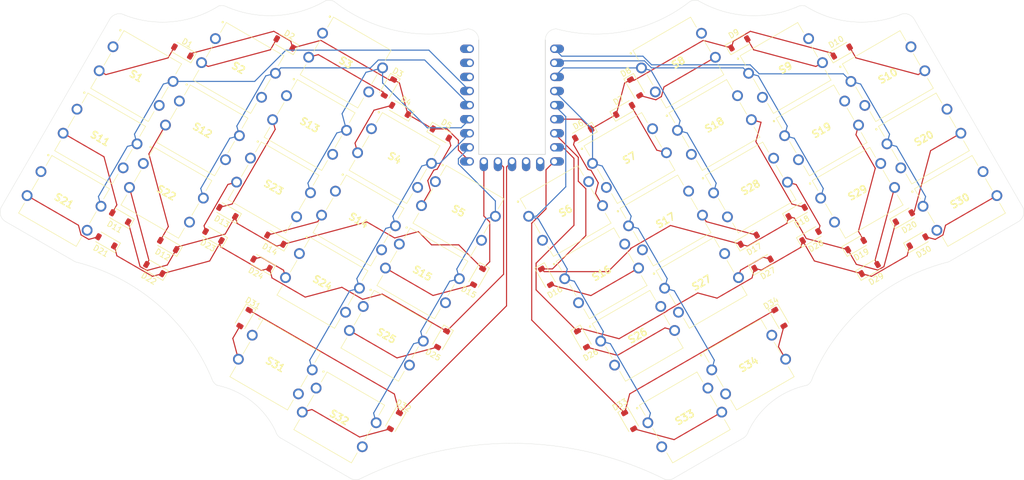
<source format=kicad_pcb>
(kicad_pcb (version 20240108) (generator "pcbnew") (generator_version "8.0")
  (title_block (title "Miniwing") (date "2025-01-25") (rev "1") (company "JJS"))
  (layers (0 "F.Cu" signal) (31 "B.Cu" signal) (34 "B.Paste" user) (35 "F.Paste" user) (36 "B.SilkS" user "B.Silkscreen") (37 "F.SilkS" user "F.Silkscreen") (38 "B.Mask" user) (39 "F.Mask" user) (44 "Edge.Cuts" user))
  (net 0 "")
  (net 1 "ROW-00")
  (net 2 "Net-(D1-A)")
  (net 3 "Net-(D2-A)")
  (net 4 "Net-(D3-A)")
  (net 5 "Net-(D4-A)")
  (net 6 "Net-(D5-A)")
  (net 7 "ROW-10")
  (net 8 "Net-(D7-A)")
  (net 9 "Net-(D8-A)")
  (net 10 "Net-(D9-A)")
  (net 11 "ROW-01")
  (net 12 "Net-(D11-A)")
  (net 13 "Net-(D12-A)")
  (net 14 "Net-(D13-A)")
  (net 15 "Net-(D14-A)")
  (net 16 "Net-(D15-A)")
  (net 17 "Net-(D16-A)")
  (net 18 "ROW-11")
  (net 19 "Net-(D17-A)")
  (net 20 "Net-(D18-A)")
  (net 21 "Net-(D19-A)")
  (net 22 "Net-(D20-A)")
  (net 23 "ROW-02")
  (net 24 "Net-(D21-A)")
  (net 25 "Net-(D22-A)")
  (net 26 "Net-(D23-A)")
  (net 27 "Net-(D24-A)")
  (net 28 "Net-(D25-A)")
  (net 29 "Net-(D26-A)")
  (net 30 "ROW-12")
  (net 31 "Net-(D27-A)")
  (net 32 "Net-(D28-A)")
  (net 33 "Net-(D29-A)")
  (net 34 "Net-(D30-A)")
  (net 35 "Net-(D31-A)")
  (net 36 "ROW-03")
  (net 37 "Net-(D32-A)")
  (net 38 "Net-(D33-A)")
  (net 39 "ROW-13")
  (net 40 "Net-(D34-A)")
  (net 42 "COL-00")
  (net 45 "COL-01")
  (net 47 "COL-02")
  (net 52 "COL-03")
  (net 55 "COL-04")
  (net 56 "COL-14")
  (net 57 "COL-13")
  (net 58 "COL-12")
  (net 59 "COL-11")
  (net 60 "COL-10")
  (net 103 "Net-(D6-A)")
  (net 125 "Net-(D10-A)")
  (footprint "KiCad:SKHCBKA010" (layer "F.Cu") (at 184.613524 111.738656 30)
    (property "Reference" "S33")
    (property "Value" "SKHCBKA010" (hide yes))
  )
  (footprint "KiCad:SKHCBKA010" (layer "F.Cu") (at 72.659022 72.693927 -30)
    (property "Reference" "S21")
    (property "Value" "SKHCBKA010" (hide yes))
  )
  (footprint "Diode_SMD:D_SOD-123" (layer "F.Cu") (at 215.4505 80.655864 30)
    (property "Reference" "D19")
    (property "Value" "D_Small")
  )
  (footprint "KiCad:SKHCBKA010" (layer "F.Cu") (at 187.637399 87.47616 30)
    (property "Reference" "S27")
    (property "Value" "SKHCBKA010" (hide yes))
  )
  (footprint "Diode_SMD:D_SOD-123" (layer "F.Cu") (at 204.789573 74.686597 30)
    (property "Reference" "D18")
    (property "Value" "D_Small")
  )
  (footprint "Diode_SMD:D_SOD-123" (layer "F.Cu") (at 226.610754 79.985991 30)
    (property "Reference" "D30")
    (property "Value" "D_Small")
  )
  (footprint "KiCad:SKHCBKA010" (layer "F.Cu") (at 85.659022 50.177266 -30)
    (property "Reference" "S1")
    (property "Value" "SKHCBKA010" (hide yes))
  )
  (footprint "Diode_SMD:D_SOD-123" (layer "F.Cu") (at 173.666756 56.282297 30)
    (property "Reference" "D7")
    (property "Value" "D_Small")
  )
  (footprint "KiCad:SKHCBKA010" (layer "F.Cu") (at 196.470312 70.275214 30)
    (property "Reference" "S28")
    (property "Value" "SKHCBKA010" (hide yes))
  )
  (footprint "Diode_SMD:D_SOD-123" (layer "F.Cu") (at 201.680762 93.801978 -60)
    (property "Reference" "D34")
    (property "Value" "D_Small")
  )
  (footprint "Diode_SMD:D_SOD-123" (layer "F.Cu") (at 194.452232 44.281797 30)
    (property "Reference" "D9")
    (property "Value" "D_Small")
  )
  (footprint "Diode_SMD:D_SOD-123" (layer "F.Cu") (at 207.289573 79.016724 30)
    (property "Reference" "D28")
    (property "Value" "D_Small")
  )
  (footprint "KiCad:SKHCBKA010" (layer "F.Cu") (at 202.782359 48.71 30)
    (property "Reference" "S9")
    (property "Value" "SKHCBKA010" (hide yes))
  )
  (footprint "Diode_SMD:D_SOD-123" (layer "F.Cu") (at 102.110427 74.686597 150)
    (property "Reference" "D13")
    (property "Value" "D_Small")
  )
  (footprint "KiCad:SKHCBKA010" (layer "F.Cu") (at 143.787342 74.500063 -30)
    (property "Reference" "S5")
    (property "Value" "SKHCBKA010" (hide yes))
  )
  (footprint "Diode_SMD:D_SOD-123" (layer "F.Cu") (at 147.330704 86.360779 -120)
    (property "Reference" "D15")
    (property "Value" "D_Small")
  )
  (footprint "KiCad:SKHCBKA010" (layer "F.Cu") (at 104.116775 48.7095 -30)
    (property "Reference" "S2")
    (property "Value" "SKHCBKA010" (hide yes))
  )
  (footprint "Diode_SMD:D_SOD-123" (layer "F.Cu") (at 112.451036 44.272136 150)
    (property "Reference" "D2")
    (property "Value" "D_Small")
  )
  (footprint "KiCad:SKHCBKA010" (layer "F.Cu") (at 125.764333 76.21883 -30)
    (property "Reference" "S14")
    (property "Value" "SKHCBKA010" (hide yes))
  )
  (footprint "Diode_SMD:D_SOD-123" (layer "F.Cu") (at 159.57968 86.380765 -60)
    (property "Reference" "D16")
    (property "Value" "D_Small")
  )
  (footprint "KiCad:SKHCBKA010" (layer "F.Cu") (at 163.113524 74.499563 30)
    (property "Reference" "S6")
    (property "Value" "SKHCBKA010" (hide yes))
  )
  (footprint "KiCad:SKHCBKA010" (layer "F.Cu") (at 132.263467 64.96 -30)
    (property "Reference" "S4")
    (property "Value" "SKHCBKA010" (hide yes))
  )
  (footprint "Diode_SMD:D_SOD-123" (layer "F.Cu") (at 166.286054 60.543547 -150)
    (property "Reference" "D6")
    (property "Value" "D_Small")
  )
  (footprint "Diode_SMD:D_SOD-123" (layer "F.Cu") (at 132.319454 112.361027 -120)
    (property "Reference" "D32")
    (property "Value" "D_Small")
  )
  (footprint "KiCad:SKHCBKA010" (layer "F.Cu") (at 123.444688 47.732573 -30)
    (property "Reference" "S3")
    (property "Value" "SKHCBKA010" (hide yes))
  )
  (footprint "KiCad:SKHCBKA010" (layer "F.Cu") (at 110.762601 102.198592 -30)
    (property "Reference" "S31")
    (property "Value" "SKHCBKA010" (hide yes))
  )
  (footprint "Diode_SMD:D_SOD-123" (layer "F.Cu") (at 93.989149 45.749063 150)
    (property "Reference" "D1")
    (property "Value" "D_Small")
  )
  (footprint "mcu:rp2040-zero-tht" (layer "F.Cu") (at 153.45 55.41)
    (property "Reference" "U1" (hide yes))
    (property "Value" "rp2040-zero" (hide yes))
    (fp_line (start -6 -11.75) (end -6 8.89) (stroke (width 0.12)) (layer "Edge.Cuts"))
    (fp_line (start -6 8.89) (end 6 8.89) (stroke (width 0.12)) (layer "Edge.Cuts"))
    (fp_line (start 6 8.89) (end 6 -11.75) (stroke (width 0.12)) (layer "Edge.Cuts"))
  )
  (footprint "KiCad:SKHCBKA010" (layer "F.Cu") (at 181.136533 76.21833 30)
    (property "Reference" "S17")
    (property "Value" "SKHCBKA010" (hide yes))
  )
  (footprint "Diode_SMD:D_SOD-123" (layer "F.Cu") (at 174.57968 112.361527 -60)
    (property "Reference" "D33")
    (property "Value" "D_Small")
  )
  (footprint "KiCad:SKHCBKA010" (layer "F.Cu") (at 137.287342 85.758393 -30)
    (property "Reference" "S15")
    (property "Value" "SKHCBKA010" (hide yes))
  )
  (footprint "KiCad:SKHCBKA010" (layer "F.Cu") (at 183.459446 47.741733 30)
    (property "Reference" "S8")
    (property "Value" "SKHCBKA010" (hide yes))
  )
  (footprint "Diode_SMD:D_SOD-123" (layer "F.Cu") (at 99.610427 79.016724 150)
    (property "Reference" "D23")
    (property "Value" "D_Small")
  )
  (footprint "Diode_SMD:D_SOD-123" (layer "F.Cu") (at 140.830704 97.619109 -120)
    (property "Reference" "D25")
    (property "Value" "D_Small")
  )
  (footprint "KiCad:SKHCBKA010" (layer "F.Cu") (at 91.117641 71.22666 -30)
    (property "Reference" "S22")
    (property "Value" "SKHCBKA010" (hide yes))
  )
  (footprint "KiCad:SKHCBKA010" (layer "F.Cu") (at 169.613524 85.757894 30)
    (property "Reference" "S16")
    (property "Value" "SKHCBKA010" (hide yes))
  )
  (footprint "KiCad:SKHCBKA010" (layer "F.Cu") (at 116.939688 58.999563 -30)
    (property "Reference" "S13")
    (property "Value" "SKHCBKA010" (hide yes))
  )
  (footprint "Diode_SMD:D_SOD-123" (layer "F.Cu") (at 80.285782 79.98399 150)
    (property "Reference" "D21")
    (property "Value" "D_Small")
  )
  (footprint "KiCad:SKHCBKA010" (layer "F.Cu") (at 221.239246 50.178267 30)
    (property "Reference" "S10")
    (property "Value" "SKHCBKA010" (hide yes))
  )
  (footprint "KiCad:SKHCBKA010" (layer "F.Cu") (at 196.137399 102.198592 30)
    (property "Reference" "S34")
    (property "Value" "SKHCBKA010" (hide yes))
  )
  (footprint "Diode_SMD:D_SOD-123" (layer "F.Cu") (at 88.946036 84.98399 150)
    (property "Reference" "D22")
    (property "Value" "D_Small")
  )
  (footprint "KiCad:SKHCBKA010" (layer "F.Cu") (at 234.239246 72.694927 30)
    (property "Reference" "S30")
    (property "Value" "SKHCBKA010" (hide yes))
  )
  (footprint "Diode_SMD:D_SOD-123" (layer "F.Cu") (at 212.909985 45.749563 30)
    (property "Reference" "D10")
    (property "Value" "D_Small")
  )
  (footprint "Diode_SMD:D_SOD-123" (layer "F.Cu") (at 217.9505 84.985991 30)
    (property "Reference" "D29")
    (property "Value" "D_Small")
  )
  (footprint "Diode_SMD:D_SOD-123" (layer "F.Cu") (at 82.785782 75.653863 150)
    (property "Reference" "D11")
    (property "Value" "D_Small")
  )
  (footprint "KiCad:SKHCBKA010" (layer "F.Cu") (at 130.787342 97.016724 -30)
    (property "Reference" "S25")
    (property "Value" "SKHCBKA010" (hide yes))
  )
  (footprint "KiCad:SKHCBKA010" (layer "F.Cu") (at 97.616775 59.96783 -30)
    (property "Reference" "S12")
    (property "Value" "SKHCBKA010" (hide yes))
  )
  (footprint "KiCad:SKHCBKA010" (layer "F.Cu") (at 122.287342 111.739155 -30)
    (property "Reference" "S32")
    (property "Value" "SKHCBKA010" (hide yes))
  )
  (footprint "KiCad:SKHCBKA010" (layer "F.Cu") (at 110.439688 70.257893 -30)
    (property "Reference" "S23")
    (property "Value" "SKHCBKA010" (hide yes))
  )
  (footprint "KiCad:SKHCBKA010" (layer "F.Cu") (at 79.159022 61.435597 -30)
    (property "Reference" "S11")
    (property "Value" "SKHCBKA010" (hide yes))
  )
  (footprint "Diode_SMD:D_SOD-123" (layer "F.Cu") (at 175.665217 52.241733 -60)
    (property "Reference" "D8")
    (property "Value" "D_Small")
  )
  (footprint "Diode_SMD:D_SOD-123" (layer "F.Cu") (at 108.270681 84.016724 150)
    (property "Reference" "D24")
    (property "Value" "D_Small")
  )
  (footprint "Diode_SMD:D_SOD-123" (layer "F.Cu") (at 133.236512 56.272636 150)
    (property "Reference" "D4")
    (property "Value" "D_Small")
  )
  (footprint "Diode_SMD:D_SOD-123" (layer "F.Cu") (at 131.238917 52.232573 -120)
    (property "Reference" "D3")
    (property "Value" "D_Small")
  )
  (footprint "Diode_SMD:D_SOD-123" (layer "F.Cu") (at 140.617213 60.533886 -30)
    (property "Reference" "D5")
    (property "Value" "D_Small")
  )
  (footprint "KiCad:SKHCBKA010" (layer "F.Cu") (at 209.283225 59.96783 30)
    (property "Reference" "S19")
    (property "Value" "SKHCBKA010" (hide yes))
  )
  (footprint "KiCad:SKHCBKA010" (layer "F.Cu") (at 119.264333 87.47716 -30)
    (property "Reference" "S24")
    (property "Value" "SKHCBKA010" (hide yes))
  )
  (footprint "KiCad:SKHCBKA010" (layer "F.Cu") (at 227.740112 61.436097 30)
    (property "Reference" "S20")
    (property "Value" "SKHCBKA010" (hide yes))
  )
  (footprint "KiCad:SKHCBKA010" (layer "F.Cu") (at 189.960312 58.999563 30)
    (property "Reference" "S18")
    (property "Value" "SKHCBKA010" (hide yes))
  )
  (footprint "Diode_SMD:D_SOD-123" (layer "F.Cu") (at 166.06843 97.61961 -60)
    (property "Reference" "D26")
    (property "Value" "D_Small")
  )
  (footprint "Diode_SMD:D_SOD-123" (layer "F.Cu") (at 110.770681 79.686597 150)
    (property "Reference" "D14")
    (property "Value" "D_Small")
  )
  (footprint "Diode_SMD:D_SOD-123" (layer "F.Cu") (at 198.629319 84.016724 30)
    (property "Reference" "D27")
    (property "Value" "D_Small")
  )
  (footprint "KiCad:SKHCBKA010" (layer "F.Cu") (at 174.636533 64.96 30)
    (property "Reference" "S7")
    (property "Value" "SKHCBKA010" (hide yes))
  )
  (footprint "KiCad:SKHCBKA010" (layer "F.Cu") (at 176.113524 97.016224 30)
    (property "Reference" "S26")
    (property "Value" "SKHCBKA010" (hide yes))
  )
  (footprint "Diode_SMD:D_SOD-123" (layer "F.Cu") (at 105.206256 93.820463 -120)
    (property "Reference" "D31")
    (property "Value" "D_Small")
  )
  (footprint "Diode_SMD:D_SOD-123" (layer "F.Cu") (at 196.129319 79.686597 30)
    (property "Reference" "D17")
    (property "Value" "D_Small")
  )
  (footprint "Diode_SMD:D_SOD-123" (layer "F.Cu") (at 224.110754 75.655864 30)
    (property "Reference" "D20")
    (property "Value" "D_Small")
  )
  (footprint "KiCad:SKHCBKA010" (layer "F.Cu") (at 215.783225 71.22616 30)
    (property "Reference" "S29")
    (property "Value" "SKHCBKA010" (hide yes))
  )
  (footprint "Diode_SMD:D_SOD-123" (layer "F.Cu") (at 91.446036 80.653863 150)
    (property "Reference" "D12")
    (property "Value" "D_Small")
  )
  (gr_line (start 124.316026 122.725371) (end 111.758657 115.475371) (stroke (width 0.05)) (layer "Edge.Cuts"))
  (gr_arc (start 100.570453 37.523482) (mid 101.349144 37.472444) (end 102.088091 37.723284) (stroke (width 0.05)) (layer "Edge.Cuts"))
  (gr_line (start 182.583108 122.725872) (end 195.140476 115.475872) (stroke (width 0.05)) (layer "Edge.Cuts"))
  (gr_line (start 62.130338 76.430143) (end 74.687706 83.680143) (stroke (width 0.05)) (layer "Edge.Cuts"))
  (gr_line (start 232.209696 83.681643) (end 244.76793 76.431143) (stroke (width 0.05)) (layer "Edge.Cuts"))
  (gr_arc (start 80.898287 39.923101) (mid 82.1127 38.991249) (end 83.630338 39.19105) (stroke (width 0.05)) (layer "Edge.Cuts"))
  (gr_arc (start 111.758657 115.475371) (mid 111.171951 114.960843) (end 110.826805 114.260959) (stroke (width 0.05)) (layer "Edge.Cuts"))
  (gr_arc (start 182.583108 122.725871) (mid 181.844901 122.975841) (end 181.067202 122.924673) (stroke (width 0.05)) (layer "Edge.Cuts"))
  (gr_arc (start 100.241736 105.939481) (mid 99.649868 105.423995) (end 99.301918 104.720457) (stroke (width 0.05)) (layer "Edge.Cuts"))
  (gr_arc (start 196.072329 114.261459) (mid 195.727184 114.961345) (end 195.140476 115.475872) (stroke (width 0.05)) (layer "Edge.Cuts"))
  (gr_arc (start 223.26793 39.192051) (mid 224.785568 38.99225) (end 225.999981 39.924102) (stroke (width 0.05)) (layer "Edge.Cuts"))
  (gr_arc (start 185.48813 36.755517) (mid 186.227078 36.504678) (end 187.005768 36.555716) (stroke (width 0.05)) (layer "Edge.Cuts"))
  (gr_arc (start 204.811909 37.723284) (mid 205.550857 37.472445) (end 206.329547 37.523483) (stroke (width 0.05)) (layer "Edge.Cuts"))
  (gr_arc (start 62.130338 76.430143) (mid 61.198486 75.21573) (end 61.398287 73.698092) (stroke (width 0.05)) (layer "Edge.Cuts"))
  (gr_arc (start 100.570453 37.523482) (mid 92.297226 40.356771) (end 83.630341 39.191043) (stroke (width 0.05)) (layer "Edge.Cuts"))
  (gr_arc (start 119.898366 36.546555) (mid 120.677057 36.495517) (end 121.416004 36.746357) (stroke (width 0.05)) (layer "Edge.Cuts"))
  (gr_arc (start 74.687705 83.680144) (mid 89.478283 91.294987) (end 99.301918 104.720457) (stroke (width 0.05)) (layer "Edge.Cuts"))
  (gr_arc (start 145.45 41.66) (mid 146.864214 42.245786) (end 147.45 43.66) (stroke (width 0.05)) (layer "Edge.Cuts"))
  (gr_arc (start 223.26793 39.192051) (mid 214.601788 40.357082) (end 206.329555 37.523471) (stroke (width 0.05)) (layer "Edge.Cuts"))
  (gr_arc (start 145.450036 41.660134) (mid 132.853027 42.040078) (end 121.416004 36.746356) (stroke (width 0.05)) (layer "Edge.Cuts"))
  (gr_arc (start 125.833664 122.925173) (mid 153.450217 116.405712) (end 181.066816 122.92498) (stroke (width 0.05)) (layer "Edge.Cuts"))
  (gr_arc (start 119.898365 36.546555) (mid 111.132123 39.237129) (end 102.088097 37.72327) (stroke (width 0.05)) (layer "Edge.Cuts"))
  (gr_arc (start 245.499115 73.699592) (mid 245.699045 75.216747) (end 244.76793 76.431143) (stroke (width 0.05)) (layer "Edge.Cuts"))
  (gr_arc (start 159.45 43.66) (mid 160.035786 42.245786) (end 161.45 41.66) (stroke (width 0.05)) (layer "Edge.Cuts"))
  (gr_arc (start 196.072329 114.261459) (mid 200.385649 108.848456) (end 206.664369 105.935895) (stroke (width 0.05)) (layer "Edge.Cuts"))
  (gr_arc (start 185.488129 36.755516) (mid 174.047959 42.045124) (end 161.449975 41.660094) (stroke (width 0.05)) (layer "Edge.Cuts"))
  (gr_arc (start 207.596203 104.721396) (mid 217.419548 91.2963) (end 232.209697 83.681647) (stroke (width 0.05)) (layer "Edge.Cuts"))
  (gr_arc (start 204.811909 37.723284) (mid 195.771041 39.241182) (end 187.005828 36.555613) (stroke (width 0.05)) (layer "Edge.Cuts"))
  (gr_arc (start 207.596203 104.721396) (mid 207.251058 105.421281) (end 206.664351 105.935808) (stroke (width 0.05)) (layer "Edge.Cuts"))
  (gr_arc (start 100.241803 105.939362) (mid 106.516563 108.850749) (end 110.826866 114.26093) (stroke (width 0.05)) (layer "Edge.Cuts"))
  (gr_arc (start 125.833664 122.925173) (mid 125.054973 122.976211) (end 124.316026 122.725371) (stroke (width 0.05)) (layer "Edge.Cuts"))
  (gr_line (start 61.398287 73.698092) (end 80.898287 39.923101) (stroke (width 0.05)) (layer "Edge.Cuts"))
  (gr_line (start 225.999981 39.924102) (end 245.499115 73.699592) (stroke (width 0.05)) (layer "Edge.Cuts"))
  (segment (start 143.78 63.52) (end 145.83 65.57) (width 0.2) (layer "F.Cu") (net 1))
  (segment (start 95.418091 46.574063) (end 95.718091 46.054448) (width 0.2) (layer "F.Cu") (net 1))
  (segment (start 95.718091 46.054448) (end 110.484825 42.097713) (width 0.2) (layer "F.Cu") (net 1))
  (segment (start 132.063917 50.803631) (end 133.146448 51.428631) (width 0.2) (layer "F.Cu") (net 1))
  (segment (start 118.968423 43.733691) (end 131.483356 50.959191) (width 0.2) (layer "F.Cu") (net 1))
  (segment (start 133.146448 51.428631) (end 134.665454 57.097636) (width 0.2) (layer "F.Cu") (net 1))
  (segment (start 110.484825 42.097713) (end 113.550555 43.867713) (width 0.2) (layer "F.Cu") (net 1))
  (segment (start 113.879978 45.097136) (end 118.968423 43.733691) (width 0.2) (layer "F.Cu") (net 1))
  (segment (start 141.736691 59.708886) (end 143.78 61.752195) (width 0.2) (layer "F.Cu") (net 1))
  (segment (start 143.78 61.752195) (end 143.78 63.52) (width 0.2) (layer "F.Cu") (net 1))
  (segment (start 131.483356 50.959191) (end 132.063917 50.803631) (width 0.2) (layer "F.Cu") (net 1))
  (segment (start 113.550555 43.867713) (end 113.879978 45.097136) (width 0.2) (layer "F.Cu") (net 1))
  (segment (start 134.665454 57.097636) (end 139.188271 59.708886) (width 0.2) (layer "F.Cu") (net 1))
  (segment (start 139.188271 59.708886) (end 141.736691 59.708886) (width 0.2) (layer "F.Cu") (net 1))
  (segment (start 80.189623 49.906259) (end 91.421278 46.896746) (width 0.2) (layer "F.Cu") (net 2))
  (segment (start 78.995497 49.21683) (end 80.189623 49.906259) (width 0.2) (layer "F.Cu") (net 2))
  (segment (start 91.421278 46.896746) (end 92.560207 44.924063) (width 0.2) (layer "F.Cu") (net 2))
  (segment (start 98.647376 48.438492) (end 109.877665 45.429345) (width 0.2) (layer "F.Cu") (net 3))
  (segment (start 97.45325 47.749063) (end 98.647376 48.438492) (width 0.2) (layer "F.Cu") (net 3))
  (segment (start 109.877665 45.429345) (end 111.022094 43.447136) (width 0.2) (layer "F.Cu") (net 3))
  (segment (start 130.258356 53.080954) (end 130.413917 53.661514) (width 0.2) (layer "F.Cu") (net 4))
  (segment (start 116.781163 46.772136) (end 118.522846 46.305454) (width 0.2) (layer "F.Cu") (net 4))
  (segment (start 118.522846 46.305454) (end 130.258356 53.080954) (width 0.2) (layer "F.Cu") (net 4))
  (segment (start 128.56326 56.316946) (end 131.80757 55.447636) (width 0.2) (layer "F.Cu") (net 5))
  (segment (start 125.599942 63.999563) (end 125.13326 62.257881) (width 0.2) (layer "F.Cu") (net 5))
  (segment (start 125.13326 62.257881) (end 128.56326 56.316946) (width 0.2) (layer "F.Cu") (net 5))
  (segment (start 139.952026 66.965025) (end 142.408337 62.710568) (width 0.2) (layer "F.Cu") (net 6))
  (segment (start 138.255573 69.029367) (end 139.355073 67.124978) (width 0.2) (layer "F.Cu") (net 6))
  (segment (start 139.355073 67.124978) (end 139.952026 66.965025) (width 0.2) (layer "F.Cu") (net 6))
  (segment (start 137.123817 73.539627) (end 138.722255 70.77105) (width 0.2) (layer "F.Cu") (net 6))
  (segment (start 138.722255 70.77105) (end 138.255573 69.029367) (width 0.2) (layer "F.Cu") (net 6))
  (segment (start 142.408337 62.710568) (end 142.046155 61.358886) (width 0.2) (layer "F.Cu") (net 6))
  (segment (start 211.181043 46.054948) (end 196.427969 42.101874) (width 0.2) (layer "F.Cu") (net 7))
  (segment (start 211.481043 46.574563) (end 211.181043 46.054948) (width 0.2) (layer "F.Cu") (net 7))
  (segment (start 167.714996 59.718547) (end 165.946449 57.95) (width 0.2) (layer "F.Cu") (net 7))
  (segment (start 173.756819 51.438291) (end 172.237814 57.107297) (width 0.2) (layer "F.Cu") (net 7))
  (segment (start 165.946449 57.95) (end 161.07 57.95) (width 0.2) (layer "F.Cu") (net 7))
  (segment (start 196.427969 42.101874) (end 193.352713 43.877374) (width 0.2) (layer "F.Cu") (net 7))
  (segment (start 193.352713 43.877374) (end 193.02329 45.106797) (width 0.2) (layer "F.Cu") (net 7))
  (segment (start 187.934845 43.743352) (end 175.420778 50.968352) (width 0.2) (layer "F.Cu") (net 7))
  (segment (start 174.840217 50.812791) (end 173.756819 51.438291) (width 0.2) (layer "F.Cu") (net 7))
  (segment (start 167.714996 59.718547) (end 172.237814 57.107297) (width 0.2) (layer "F.Cu") (net 7))
  (segment (start 175.420778 50.968352) (end 174.840217 50.812791) (width 0.2) (layer "F.Cu") (net 7))
  (segment (start 193.02329 45.106797) (end 187.934845 43.743352) (width 0.2) (layer "F.Cu") (net 7))
  (segment (start 175.032009 55.694985) (end 175.095698 55.457297) (width 0.2) (layer "F.Cu") (net 8))
  (segment (start 181.299192 64.000063) (end 179.557509 63.533381) (width 0.2) (layer "F.Cu") (net 8))
  (segment (start 179.557509 63.533381) (end 175.032009 55.694985) (width 0.2) (layer "F.Cu") (net 8))
  (segment (start 179.393021 54.448479) (end 176.490217 53.670675) (width 0.2) (layer "F.Cu") (net 9))
  (segment (start 180.390789 53.872418) (end 179.393021 54.448479) (width 0.2) (layer "F.Cu") (net 9))
  (segment (start 190.122105 46.781797) (end 180.857471 52.130735) (width 0.2) (layer "F.Cu") (net 9))
  (segment (start 180.857471 52.130735) (end 180.390789 53.872418) (width 0.2) (layer "F.Cu") (net 9))
  (segment (start 208.250891 48.439492) (end 197.020603 45.430346) (width 0.2) (layer "F.Cu") (net 10))
  (segment (start 209.445017 47.750063) (end 208.250891 48.439492) (width 0.2) (layer "F.Cu") (net 10))
  (segment (start 197.020603 45.430346) (end 195.881174 43.456797) (width 0.2) (layer "F.Cu") (net 10))
  (segment (start 127.264319 76.475023) (end 132.283696 79.372962) (width 0.2) (layer "F.Cu") (net 11))
  (segment (start 149.43 83.657541) (end 149.43 76.47) (width 0.2) (layer "F.Cu") (net 11))
  (segment (start 87.589308 85.239913) (end 91.273478 84.252743) (width 0.2) (layer "F.Cu") (net 11))
  (segment (start 86.374274 84.538413) (end 87.589308 85.239913) (width 0.2) (layer "F.Cu") (net 11))
  (segment (start 103.539369 75.511597) (end 103.868792 76.741019) (width 0.2) (layer "F.Cu") (net 11))
  (segment (start 84.214724 76.478863) (end 86.374274 84.538413) (width 0.2) (layer "F.Cu") (net 11))
  (segment (start 132.283696 79.372962) (end 136.548259 78.230276) (width 0.2) (layer "F.Cu") (net 11))
  (segment (start 91.273478 84.252743) (end 92.874978 81.478863) (width 0.2) (layer "F.Cu") (net 11))
  (segment (start 149.43 76.47) (end 148.37 75.41) (width 0.2) (layer "F.Cu") (net 11))
  (segment (start 148.155704 84.931837) (end 149.43 83.657541) (width 0.2) (layer "F.Cu") (net 11))
  (segment (start 148.155704 84.931837) (end 143.834646 80.610779) (width 0.2) (layer "F.Cu") (net 11))
  (segment (start 92.874978 81.478863) (end 93.174978 80.959248) (width 0.2) (layer "F.Cu") (net 11))
  (segment (start 143.834646 80.610779) (end 138.928762 80.610779) (width 0.2) (layer "F.Cu") (net 11))
  (segment (start 148.37 75.41) (end 148.37 65.57) (width 0.2) (layer "F.Cu") (net 11))
  (segment (start 138.928762 80.610779) (end 136.548259 78.230276) (width 0.2) (layer "F.Cu") (net 11))
  (segment (start 101.715369 78.670857) (end 103.539369 75.511597) (width 0.2) (layer "F.Cu") (net 11))
  (segment (start 112.199623 80.511597) (end 127.264319 76.475023) (width 0.2) (layer "F.Cu") (net 11))
  (segment (start 103.868792 76.741019) (end 110.9702 80.841019) (width 0.2) (layer "F.Cu") (net 11))
  (segment (start 93.174978 80.959248) (end 101.715369 78.670857) (width 0.2) (layer "F.Cu") (net 11))
  (segment (start 110.9702 80.841019) (end 112.199623 80.511597) (width 0.2) (layer "F.Cu") (net 11))
  (segment (start 82.18334 73.397323) (end 81.35684 74.828863) (width 0.2) (layer "F.Cu") (net 12))
  (segment (start 79.860177 64.72716) (end 82.18334 73.397323) (width 0.2) (layer "F.Cu") (net 12))
  (segment (start 72.495497 60.47516) (end 79.860177 64.72716) (width 0.2) (layer "F.Cu") (net 12))
  (segment (start 91.468594 77.314792) (end 90.017094 79.828863) (width 0.2) (layer "F.Cu") (net 13))
  (segment (start 90.95325 59.007393) (end 87.95475 64.200948) (width 0.2) (layer "F.Cu") (net 13))
  (segment (start 87.95475 64.200948) (end 91.468594 77.314792) (width 0.2) (layer "F.Cu") (net 13))
  (segment (start 110.276163 58.039127) (end 110.742846 59.780809) (width 0.2) (layer "F.Cu") (net 14))
  (segment (start 102.966846 73.249236) (end 100.681485 73.861597) (width 0.2) (layer "F.Cu") (net 14))
  (segment (start 110.742846 59.780809) (end 102.966846 73.249236) (width 0.2) (layer "F.Cu") (net 14))
  (segment (start 119.100808 75.258393) (end 118.425808 76.427528) (width 0.2) (layer "F.Cu") (net 15))
  (segment (start 118.425808 76.427528) (end 109.341739 78.861597) (width 0.2) (layer "F.Cu") (net 15))
  (segment (start 130.623817 84.797957) (end 139.197468 89.747957) (width 0.2) (layer "F.Cu") (net 16))
  (segment (start 139.197468 89.747957) (end 146.505704 87.789721) (width 0.2) (layer "F.Cu") (net 16))
  (segment (start 167.68218 89.759707) (end 160.40468 87.809707) (width 0.2) (layer "F.Cu") (net 17))
  (segment (start 176.276183 84.797957) (end 167.68218 89.759707) (width 0.2) (layer "F.Cu") (net 17))
  (segment (start 174.860667 81.256211) (end 182.030491 77.116711) (width 0.2) (layer "F.Cu") (net 18))
  (segment (start 160.748178 84.951823) (end 166.76 78.940001) (width 0.2) (layer "F.Cu") (net 18))
  (segment (start 203.031208 76.74102) (end 195.9298 80.84102) (width 0.2) (layer "F.Cu") (net 18))
  (segment (start 166.76 70.496439) (end 165.408394 69.144833) (width 0.2) (layer "F.Cu") (net 18))
  (segment (start 222.681812 76.480864) (end 220.522262 84.540414) (width 0.2) (layer "F.Cu") (net 18))
  (segment (start 158.75468 84.951823) (end 160.748178 84.951823) (width 0.2) (layer "F.Cu") (net 18))
  (segment (start 170.768549 85.44333) (end 174.825895 81.385984) (width 0.2) (layer "F.Cu") (net 18))
  (segment (start 204.38515 75.786116) (end 203.360631 75.511597) (width 0.2) (layer "F.Cu") (net 18))
  (segment (start 182.030491 77.116711) (end 194.700377 80.511597) (width 0.2) (layer "F.Cu") (net 18))
  (segment (start 203.360631 75.511597) (end 203.031208 76.74102) (width 0.2) (layer "F.Cu") (net 18))
  (segment (start 214.021558 81.480864) (end 206.51115 79.468456) (width 0.2) (layer "F.Cu") (net 18))
  (segment (start 219.432802 85.169414) (end 215.550558 84.129169) (width 0.2) (layer "F.Cu") (net 18))
  (segment (start 165.408394 69.144833) (end 165.408394 64.828394) (width 0.2) (layer "F.Cu") (net 18))
  (segment (start 166.76 78.940001) (end 166.76 70.496439) (width 0.2) (layer "F.Cu") (net 18))
  (segment (start 206.51115 79.468456) (end 204.38515 75.786116) (width 0.2) (layer "F.Cu") (net 18))
  (segment (start 195.9298 80.84102) (end 194.700377 80.511597) (width 0.2) (layer "F.Cu") (net 18))
  (segment (start 220.522262 84.540414) (end 219.432802 85.169414) (width 0.2) (layer "F.Cu") (net 18))
  (segment (start 158.75468 84.951823) (end 159.246187 85.44333) (width 0.2) (layer "F.Cu") (net 18))
  (segment (start 159.246187 85.44333) (end 170.768549 85.44333) (width 0.2) (layer "F.Cu") (net 18))
  (segment (start 174.825895 81.385984) (end 174.860667 81.256211) (width 0.2) (layer "F.Cu") (net 18))
  (segment (start 215.550558 84.129169) (end 214.021558 81.480864) (width 0.2) (layer "F.Cu") (net 18))
  (segment (start 165.408394 64.828394) (end 161.07 60.49) (width 0.2) (layer "F.Cu") (net 18))
  (segment (start 187.799192 75.258394) (end 188.474192 76.427528) (width 0.2) (layer "F.Cu") (net 19))
  (segment (start 188.474192 76.427528) (end 197.558261 78.861597) (width 0.2) (layer "F.Cu") (net 19))
  (segment (start 198.364653 58.506309) (end 197.431288 61.989674) (width 0.2) (layer "F.Cu") (net 20))
  (segment (start 197.431288 61.989674) (end 203.931788 73.24887) (width 0.2) (layer "F.Cu") (net 20))
  (segment (start 196.622971 58.039627) (end 198.364653 58.506309) (width 0.2) (layer "F.Cu") (net 20))
  (segment (start 203.931788 73.24887) (end 206.218515 73.861597) (width 0.2) (layer "F.Cu") (net 20))
  (segment (start 218.968701 66.793567) (end 215.920442 78.169827) (width 0.2) (layer "F.Cu") (net 21))
  (segment (start 215.479201 60.749576) (end 218.968701 66.793567) (width 0.2) (layer "F.Cu") (net 21))
  (segment (start 215.920442 78.169827) (end 216.879442 79.830864) (width 0.2) (layer "F.Cu") (net 21))
  (segment (start 215.945883 59.007894) (end 215.479201 60.749576) (width 0.2) (layer "F.Cu") (net 21))
  (segment (start 234.402771 60.47616) (end 228.942374 63.628722) (width 0.2) (layer "F.Cu") (net 22))
  (segment (start 226.014171 74.556925) (end 225.539696 74.830864) (width 0.2) (layer "F.Cu") (net 22))
  (segment (start 228.942374 63.628722) (end 226.014171 74.556925) (width 0.2) (layer "F.Cu") (net 22))
  (segment (start 116.151407 90.038906) (end 122.75964 88.268235) (width 0.2) (layer "F.Cu") (net 23))
  (segment (start 141.655704 96.190167) (end 151.93 85.915871) (width 0.2) (layer "F.Cu") (net 23))
  (segment (start 110.166305 86.583406) (end 116.151407 90.038906) (width 0.2) (layer "F.Cu") (net 23))
  (segment (start 108.265296 85.22605) (end 109.699623 84.841724) (width 0.2) (layer "F.Cu") (net 23))
  (segment (start 130.048259 89.488606) (end 141.655704 96.190167) (width 0.2) (layer "F.Cu") (net 23))
  (segment (start 126.513753 90.435674) (end 130.048259 89.488606) (width 0.2) (layer "F.Cu") (net 23))
  (segment (start 109.699623 84.841724) (end 110.166305 86.583406) (width 0.2) (layer "F.Cu") (net 23))
  (segment (start 88.599145 86.284823) (end 90.374978 85.80899) (width 0.2) (layer "F.Cu") (net 23))
  (segment (start 101.039369 79.841724) (end 100.739369 80.361339) (width 0.2) (layer "F.Cu") (net 23))
  (segment (start 98.915369 83.520599) (end 101.039369 79.841724) (width 0.2) (layer "F.Cu") (net 23))
  (segment (start 151.93 66.59) (end 150.91 65.57) (width 0.2) (layer "F.Cu") (net 23))
  (segment (start 82.190557 82.584823) (end 88.599145 86.284823) (width 0.2) (layer "F.Cu") (net 23))
  (segment (start 151.93 85.915871) (end 151.93 66.59) (width 0.2) (layer "F.Cu") (net 23))
  (segment (start 100.90408 80.97605) (end 108.265296 85.22605) (width 0.2) (layer "F.Cu") (net 23))
  (segment (start 100.739369 80.361339) (end 100.90408 80.97605) (width 0.2) (layer "F.Cu") (net 23))
  (segment (start 122.75964 88.268235) (end 126.513753 90.435674) (width 0.2) (layer "F.Cu") (net 23))
  (segment (start 90.374978 85.80899) (end 98.915369 83.520599) (width 0.2) (layer "F.Cu") (net 23))
  (segment (start 81.714724 80.80899) (end 82.190557 82.584823) (width 0.2) (layer "F.Cu") (net 23))
  (segment (start 77.115158 79.625673) (end 78.85684 79.15899) (width 0.2) (layer "F.Cu") (net 24))
  (segment (start 75.726813 78.824111) (end 77.115158 79.625673) (width 0.2) (layer "F.Cu") (net 24))
  (segment (start 65.995497 71.73349) (end 75.26013 77.082429) (width 0.2) (layer "F.Cu") (net 24))
  (segment (start 75.26013 77.082429) (end 75.726813 78.824111) (width 0.2) (layer "F.Cu") (net 24))
  (segment (start 87.967594 83.378701) (end 87.517094 84.15899) (width 0.2) (layer "F.Cu") (net 25))
  (segment (start 84.454116 70.266224) (end 87.967594 83.378701) (width 0.2) (layer "F.Cu") (net 25))
  (segment (start 97.906966 77.167205) (end 98.181485 78.191724) (width 0.2) (layer "F.Cu") (net 26))
  (segment (start 103.776163 69.297457) (end 102.207966 69.717654) (width 0.2) (layer "F.Cu") (net 26))
  (segment (start 102.207966 69.717654) (end 97.906966 77.167205) (width 0.2) (layer "F.Cu") (net 26))
  (segment (start 112.243933 85.184849) (end 108.173614 82.834849) (width 0.2) (layer "F.Cu") (net 27))
  (segment (start 108.173614 82.834849) (end 106.841739 83.191724) (width 0.2) (layer "F.Cu") (net 27))
  (segment (start 112.600808 86.516724) (end 112.243933 85.184849) (width 0.2) (layer "F.Cu") (net 27))
  (segment (start 132.697468 101.006287) (end 140.005704 99.048051) (width 0.2) (layer "F.Cu") (net 28))
  (segment (start 124.123817 96.056287) (end 132.697468 101.006287) (width 0.2) (layer "F.Cu") (net 28))
  (segment (start 172.459983 100.540105) (end 166.89343 99.048552) (width 0.2) (layer "F.Cu") (net 29))
  (segment (start 182.776183 96.056287) (end 181.034501 95.589605) (width 0.2) (layer "F.Cu") (net 29))
  (segment (start 181.034501 95.589605) (end 172.459983 100.540105) (width 0.2) (layer "F.Cu") (net 29))
  (segment (start 181.389352 92.49798) (end 181.371051 92.566281) (width 0.2) (layer "F.Cu") (net 30))
  (segment (start 164.62 77.09) (end 164.62 65.01) (width 0.2) (layer "F.Cu") (net 30))
  (segment (start 157.789975 83.920025) (end 164.62 77.09) (width 0.2) (layer "F.Cu") (net 30))
  (segment (start 157.789975 88.737213) (end 157.789975 83.920025) (width 0.2) (layer "F.Cu") (net 30))
  (segment (start 162.64 63.03) (end 161.07 63.03) (width 0.2) (layer "F.Cu") (net 30))
  (segment (start 172.753232 97.541781) (end 166.025557 95.739106) (width 0.2) (layer "F.Cu") (net 30))
  (segment (start 186.943731 89.291158) (end 181.389352 92.49798) (width 0.2) (layer "F.Cu") (net 30))
  (segment (start 205.531208 81.071147) (end 198.4298 85.171147) (width 0.2) (layer "F.Cu") (net 30))
  (segment (start 165.24343 96.190668) (end 157.789975 88.737213) (width 0.2) (layer "F.Cu") (net 30))
  (segment (start 181.371051 92.566281) (end 172.753232 97.541781) (width 0.2) (layer "F.Cu") (net 30))
  (segment (start 216.521558 85.810991) (end 207.986631 83.524064) (width 0.2) (layer "F.Cu") (net 30))
  (segment (start 224.705979 82.586824) (end 218.297391 86.286824) (width 0.2) (layer "F.Cu") (net 30))
  (segment (start 196.733695 86.583406) (end 190.427096 90.224523) (width 0.2) (layer "F.Cu") (net 30))
  (segment (start 164.62 65.01) (end 162.64 63.03) (width 0.2) (layer "F.Cu") (net 30))
  (segment (start 205.860631 79.841724) (end 205.531208 81.071147) (width 0.2) (layer "F.Cu") (net 30))
  (segment (start 198.4298 85.171147) (end 197.200377 84.841724) (width 0.2) (layer "F.Cu") (net 30))
  (segment (start 218.297391 86.286824) (end 216.521558 85.810991) (width 0.2) (layer "F.Cu") (net 30))
  (segment (start 225.181812 80.810991) (end 224.705979 82.586824) (width 0.2) (layer "F.Cu") (net 30))
  (segment (start 207.986631 83.524064) (end 205.860631 79.841724) (width 0.2) (layer "F.Cu") (net 30))
  (segment (start 166.025557 95.739106) (end 165.24343 96.190668) (width 0.2) (layer "F.Cu") (net 30))
  (segment (start 190.427096 90.224523) (end 186.943731 89.291158) (width 0.2) (layer "F.Cu") (net 30))
  (segment (start 197.200377 84.841724) (end 196.733695 86.583406) (width 0.2) (layer "F.Cu") (net 30))
  (segment (start 194.656933 85.184349) (end 198.726386 82.834849) (width 0.2) (layer "F.Cu") (net 31))
  (segment (start 194.300058 86.516224) (end 194.656933 85.184349) (width 0.2) (layer "F.Cu") (net 31))
  (segment (start 198.726386 82.834849) (end 200.058261 83.191724) (width 0.2) (layer "F.Cu") (net 31))
  (segment (start 203.132971 69.315278) (end 204.702534 69.735841) (width 0.2) (layer "F.Cu") (net 32))
  (segment (start 204.702534 69.735841) (end 208.993034 77.167205) (width 0.2) (layer "F.Cu") (net 32))
  (segment (start 208.993034 77.167205) (end 208.718515 78.191724) (width 0.2) (layer "F.Cu") (net 32))
  (segment (start 218.930942 83.384166) (end 219.379442 84.160991) (width 0.2) (layer "F.Cu") (net 33))
  (segment (start 222.445883 70.266224) (end 218.930942 83.384166) (width 0.2) (layer "F.Cu") (net 33))
  (segment (start 231.637272 77.083929) (end 231.170589 78.825612) (width 0.2) (layer "F.Cu") (net 34))
  (segment (start 229.781378 79.627673) (end 228.039696 79.160991) (width 0.2) (layer "F.Cu") (net 34))
  (segment (start 231.170589 78.825612) (end 229.781378 79.627673) (width 0.2) (layer "F.Cu") (net 34))
  (segment (start 240.901905 71.734991) (end 231.637272 77.083929) (width 0.2) (layer "F.Cu") (net 34))
  (segment (start 103.092506 97.481586) (end 104.381256 95.249405) (width 0.2) (layer "F.Cu") (net 35))
  (segment (start 104.099076 101.238155) (end 103.092506 97.481586) (width 0.2) (layer "F.Cu") (net 35))
  (segment (start 106.031256 92.391521) (end 132.229391 107.517021) (width 0.2) (layer "F.Cu") (net 36))
  (segment (start 132.229391 107.517021) (end 133.144454 110.932085) (width 0.2) (layer "F.Cu") (net 36))
  (segment (start 152.46 66.56) (end 153.45 65.57) (width 0.2) (layer "F.Cu") (net 36))
  (segment (start 133.144454 110.932085) (end 152.46 91.616539) (width 0.2) (layer "F.Cu") (net 36))
  (segment (start 152.46 91.616539) (end 152.46 66.56) (width 0.2) (layer "F.Cu") (net 36))
  (segment (start 117.365499 110.312037) (end 125.958636 115.273287) (width 0.2) (layer "F.Cu") (net 37))
  (segment (start 125.958636 115.273287) (end 131.494454 113.789969) (width 0.2) (layer "F.Cu") (net 37))
  (segment (start 115.623817 110.778719) (end 117.365499 110.312037) (width 0.2) (layer "F.Cu") (net 37))
  (segment (start 191.276183 110.778719) (end 182.68218 115.740469) (width 0.2) (layer "F.Cu") (net 38))
  (segment (start 182.68218 115.740469) (end 175.40468 113.790469) (width 0.2) (layer "F.Cu") (net 38))
  (segment (start 157 94.177905) (end 157 76.713121) (width 0.2) (layer "F.Cu") (net 39))
  (segment (start 200.855762 92.373036) (end 174.677979 107.486786) (width 0.2) (layer "F.Cu") (net 39))
  (segment (start 159.58 74.133121) (end 159.58 67.06) (width 0.2) (layer "F.Cu") (net 39))
  (segment (start 174.677979 107.486786) (end 173.75468 110.932585) (width 0.2) (layer "F.Cu") (net 39))
  (segment (start 173.75468 110.932585) (end 157 94.177905) (width 0.2) (layer "F.Cu") (net 39))
  (segment (start 159.58 67.06) (end 161.07 65.57) (width 0.2) (layer "F.Cu") (net 39))
  (segment (start 157 76.713121) (end 159.58 74.133121) (width 0.2) (layer "F.Cu") (net 39))
  (segment (start 201.499558 98.986124) (end 202.505762 95.23092) (width 0.2) (layer "F.Cu") (net 40))
  (segment (start 202.800058 101.238656) (end 201.499558 98.986124) (width 0.2) (layer "F.Cu") (net 40))
  (segment (start 90.579998 51.603885) (end 85.354998 60.653851) (width 0.2) (layer "B.Cu") (net 42))
  (segment (start 84.079998 62.862215) (end 78.854998 71.912181) (width 0.2) (layer "B.Cu") (net 42))
  (segment (start 112.672863 45.497137) (end 138.457137 45.497137) (width 0.2) (layer "B.Cu") (net 42))
  (segment (start 138.457137 45.497137) (end 145.83 52.87) (width 0.2) (layer "B.Cu") (net 42))
  (segment (start 107.032798 51.137202) (end 112.672863 45.497137) (width 0.2) (layer "B.Cu") (net 42))
  (segment (start 92.321681 51.137202) (end 107.032798 51.137202) (width 0.2) (layer "B.Cu") (net 42))
  (segment (start 92.321681 51.137203) (end 90.579998 51.603885) (width 0.2) (layer "B.Cu") (net 42))
  (segment (start 85.354998 60.653851) (end 85.821681 62.395533) (width 0.2) (layer "B.Cu") (net 42))
  (segment (start 85.821681 62.395533) (end 84.079998 62.862215) (width 0.2) (layer "B.Cu") (net 42))
  (segment (start 78.854998 71.912181) (end 79.321681 73.653863) (width 0.2) (layer "B.Cu") (net 42))
  (segment (start 103.812752 59.186084) (end 104.279434 60.927766) (width 0.2) (layer "B.Cu") (net 45))
  (segment (start 97.7803 72.186597) (end 97.313252 70.443548) (width 0.2) (layer "B.Cu") (net 45))
  (segment (start 110.779434 49.669436) (end 109.037752 50.136118) (width 0.2) (layer "B.Cu") (net 45))
  (segment (start 110.779434 49.669436) (end 111.754434 48.694436) (width 0.2) (layer "B.Cu") (net 45))
  (segment (start 111.754434 48.694436) (end 127.915564 48.694436) (width 0.2) (layer "B.Cu") (net 45))
  (segment (start 97.313252 70.443548) (end 102.537752 61.394449) (width 0.2) (layer "B.Cu") (net 45))
  (segment (start 102.537752 61.394449) (end 104.279434 60.927766) (width 0.2) (layer "B.Cu") (net 45))
  (segment (start 109.037752 50.136118) (end 103.812752 59.186084) (width 0.2) (layer "B.Cu") (net 45))
  (segment (start 127.915564 48.694436) (end 129.34 47.27) (width 0.2) (layer "B.Cu") (net 45))
  (segment (start 129.34 47.27) (end 137.69 47.27) (width 0.2) (layer "B.Cu") (net 45))
  (segment (start 137.69 47.27) (end 145.83 55.41) (width 0.2) (layer "B.Cu") (net 45))
  (segment (start 130.107347 51.427347) (end 138.18 59.5) (width 0.2) (layer "B.Cu") (net 47))
  (segment (start 121.860664 60.426182) (end 116.635664 69.476147) (width 0.2) (layer "B.Cu") (net 47))
  (segment (start 116.635664 69.476147) (end 117.102347 71.21783) (width 0.2) (layer "B.Cu") (net 47))
  (segment (start 130.107347 48.692509) (end 127.104823 49.497033) (width 0.2) (layer "B.Cu") (net 47))
  (segment (start 123.602347 59.9595) (end 121.860664 60.426182) (width 0.2) (layer "B.Cu") (net 47))
  (segment (start 144.28 59.5) (end 145.83 57.95) (width 0.2) (layer "B.Cu") (net 47))
  (segment (start 122.797823 56.956976) (end 123.602347 59.9595) (width 0.2) (layer "B.Cu") (net 47))
  (segment (start 130.107347 48.692509) (end 130.107347 51.427347) (width 0.2) (layer "B.Cu") (net 47))
  (segment (start 138.18 59.5) (end 144.28 59.5) (width 0.2) (layer "B.Cu") (net 47))
  (segment (start 127.104823 49.497033) (end 122.797823 56.956976) (width 0.2) (layer "B.Cu") (net 47))
  (segment (start 138.926126 65.919936) (end 140.400064 65.919936) (width 0.2) (layer "B.Cu") (net 52))
  (segment (start 138.926126 65.919936) (end 137.184443 66.386618) (width 0.2) (layer "B.Cu") (net 52))
  (segment (start 116.959309 101.419578) (end 117.42526 103.158528) (width 0.2) (layer "B.Cu") (net 52))
  (segment (start 125.926992 88.437097) (end 124.185309 88.903779) (width 0.2) (layer "B.Cu") (net 52))
  (segment (start 131.959943 75.435718) (end 132.426992 77.178766) (width 0.2) (layer "B.Cu") (net 52))
  (segment (start 137.184443 66.386618) (end 131.959943 75.435718) (width 0.2) (layer "B.Cu") (net 52))
  (segment (start 125.460309 86.695414) (end 125.926992 88.437097) (width 0.2) (layer "B.Cu") (net 52))
  (segment (start 132.426992 77.178766) (end 130.685309 77.645449) (width 0.2) (layer "B.Cu") (net 52))
  (segment (start 124.185309 88.903779) (end 116.959309 101.419578) (width 0.2) (layer "B.Cu") (net 52))
  (segment (start 140.400064 65.919936) (end 145.83 60.49) (width 0.2) (layer "B.Cu") (net 52))
  (segment (start 130.685309 77.645449) (end 125.460309 86.695414) (width 0.2) (layer "B.Cu") (net 52))
  (segment (start 150.450001 75.459999) (end 150.450001 72.700001) (width 0.2) (layer "B.Cu") (net 55))
  (segment (start 137.45 97.97666) (end 135.708318 98.443342) (width 0.2) (layer "B.Cu") (net 55))
  (segment (start 150.45 75.46) (end 148.708318 75.926682) (width 0.2) (layer "B.Cu") (net 55))
  (segment (start 142.208318 87.185012) (end 136.983318 96.234978) (width 0.2) (layer "B.Cu") (net 55))
  (segment (start 143.483318 84.976647) (end 143.95 86.71833) (width 0.2) (layer "B.Cu") (net 55))
  (segment (start 143.78 65.08) (end 145.83 63.03) (width 0.2) (layer "B.Cu") (net 55))
  (segment (start 135.708318 98.443342) (end 128.483318 110.95741) (width 0.2) (layer "B.Cu") (net 55))
  (segment (start 136.983318 96.234978) (end 137.45 97.97666) (width 0.2) (layer "B.Cu") (net 55))
  (segment (start 143.95 86.71833) (end 142.208318 87.185012) (width 0.2) (layer "B.Cu") (net 55))
  (segment (start 148.708318 75.926682) (end 143.483318 84.976647) (width 0.2) (layer "B.Cu") (net 55))
  (segment (start 128.483318 110.95741) (end 128.95 112.699092) (width 0.2) (layer "B.Cu") (net 55))
  (segment (start 150.450001 72.700001) (end 143.78 66.03) (width 0.2) (layer "B.Cu") (net 55))
  (segment (start 143.78 66.03) (end 143.78 65.08) (width 0.2) (layer "B.Cu") (net 55))
  (segment (start 164.691682 87.185013) (end 169.916682 96.234978) (width 0.2) (layer "B.Cu") (net 56))
  (segment (start 169.45 97.97666) (end 171.191682 98.443343) (width 0.2) (layer "B.Cu") (net 56))
  (segment (start 163.14 57.48) (end 161.07 55.41) (width 0.2) (layer "B.Cu") (net 56))
  (segment (start 178.416682 110.95741) (end 177.95 112.699092) (width 0.2) (layer "B.Cu") (net 56))
  (segment (start 163.14 70.148856) (end 163.14 57.48) (width 0.2) (layer "B.Cu") (net 56))
  (segment (start 171.191682 98.443343) (end 178.416682 110.95741) (width 0.2) (layer "B.Cu") (net 56))
  (segment (start 156.449999 75.459999) (end 157.828857 75.459999) (width 0.2) (layer "B.Cu") (net 56))
  (segment (start 158.191682 75.926682) (end 163.416682 84.976648) (width 0.2) (layer "B.Cu") (net 56))
  (segment (start 163.416682 84.976648) (end 162.95 86.71833) (width 0.2) (layer "B.Cu") (net 56))
  (segment (start 162.95 86.71833) (end 164.691682 87.185013) (width 0.2) (layer "B.Cu") (net 56))
  (segment (start 169.916682 96.234978) (end 169.45 97.97666) (width 0.2) (layer "B.Cu") (net 56))
  (segment (start 156.45 75.46) (end 158.191682 75.926682) (width 0.2) (layer "B.Cu") (net 56))
  (segment (start 157.828857 75.459999) (end 163.14 70.148856) (width 0.2) (layer "B.Cu") (net 56))
  (segment (start 167.973008 59.773008) (end 161.07 52.87) (width 0.2) (layer "B.Cu") (net 57))
  (segment (start 182.715557 88.903279) (end 180.973874 88.436597) (width 0.2) (layer "B.Cu") (net 57))
  (segment (start 174.473008 77.178767) (end 176.214691 77.645449) (width 0.2) (layer "B.Cu") (net 57))
  (segment (start 167.973008 65.920436) (end 169.714691 66.387119) (width 0.2) (layer "B.Cu") (net 57))
  (segment (start 189.473874 103.159029) (end 189.940557 101.417346) (width 0.2) (layer "B.Cu") (net 57))
  (segment (start 189.940557 101.417346) (end 182.715557 88.903279) (width 0.2) (layer "B.Cu") (net 57))
  (segment (start 181.440191 86.696281) (end 180.973874 88.436597) (width 0.2) (layer "B.Cu") (net 57))
  (segment (start 176.214691 77.645449) (end 181.440191 86.696281) (width 0.2) (layer "B.Cu") (net 57))
  (segment (start 167.973008 65.920436) (end 167.973008 59.773008) (width 0.2) (layer "B.Cu") (net 57))
  (segment (start 169.714691 66.387119) (end 174.939691 75.437084) (width 0.2) (layer "B.Cu") (net 57))
  (segment (start 174.939691 75.437084) (end 174.473008 77.178767) (width 0.2) (layer "B.Cu") (net 57))
  (segment (start 178.537603 49.168852) (end 183.763103 58.219684) (width 0.2) (layer "B.Cu") (net 58))
  (segment (start 190.273469 69.493968) (end 189.806787 71.235651) (width 0.2) (layer "B.Cu") (net 58))
  (segment (start 183.763103 58.219684) (end 183.296787 59.96) (width 0.2) (layer "B.Cu") (net 58))
  (segment (start 162.697831 48.702169) (end 161.07 50.33) (width 0.2) (layer "B.Cu") (net 58))
  (segment (start 176.795921 48.702169) (end 162.697831 48.702169) (width 0.2) (layer "B.Cu") (net 58))
  (segment (start 183.296787 59.96) (end 185.038469 60.426682) (width 0.2) (layer "B.Cu") (net 58))
  (segment (start 176.795921 48.70217) (end 178.537603 49.168852) (width 0.2) (layer "B.Cu") (net 58))
  (segment (start 185.038469 60.426682) (end 190.273469 69.493968) (width 0.2) (layer "B.Cu") (net 58))
  (segment (start 202.6197 60.928267) (end 204.361382 61.394949) (width 0.2) (layer "B.Cu") (net 59))
  (segment (start 197.860516 50.137119) (end 203.086016 59.18795) (width 0.2) (layer "B.Cu") (net 59))
  (segment (start 196.118834 49.670436) (end 195.143834 48.695436) (width 0.2) (layer "B.Cu") (net 59))
  (segment (start 203.086016 59.18795) (end 202.6197 60.928267) (width 0.2) (layer "B.Cu") (net 59))
  (segment (start 209.586382 70.444915) (end 209.1197 72.186597) (width 0.2) (layer "B.Cu") (net 59))
  (segment (start 161.432831 47.427169) (end 161.07 47.79) (width 0.2) (layer "B.Cu") (net 59))
  (segment (start 196.118834 49.670436) (end 197.860516 50.137119) (width 0.2) (layer "B.Cu") (net 59))
  (segment (start 195.143834 48.695436) (end 178.605436 48.695436) (width 0.2) (layer "B.Cu") (net 59))
  (segment (start 204.361382 61.394949) (end 209.586382 70.444915) (width 0.2) (layer "B.Cu") (net 59))
  (segment (start 178.605436 48.695436) (end 177.337169 47.427169) (width 0.2) (layer "B.Cu") (net 59))
  (segment (start 177.337169 47.427169) (end 161.432831 47.427169) (width 0.2) (layer "B.Cu") (net 59))
  (segment (start 216.317404 51.605386) (end 221.542904 60.656217) (width 0.2) (layer "B.Cu") (net 60))
  (segment (start 196.4 48.14) (end 178.615686 48.14) (width 0.2) (layer "B.Cu") (net 60))
  (segment (start 198.027844 49.767844) (end 196.4 48.14) (width 0.2) (layer "B.Cu") (net 60))
  (segment (start 221.076587 62.396533) (end 222.81827 62.863216) (width 0.2) (layer "B.Cu") (net 60))
  (segment (start 213.204862 49.767844) (end 198.027844 49.767844) (width 0.2) (layer "B.Cu") (net 60))
  (segment (start 228.04277 71.912315) (end 227.575721 73.655364) (width 0.2) (layer "B.Cu") (net 60))
  (segment (start 221.542904 60.656217) (end 221.076587 62.396533) (width 0.2) (layer "B.Cu") (net 60))
  (segment (start 162.41 46.59) (end 161.07 45.25) (width 0.2) (layer "B.Cu") (net 60))
  (segment (start 178.615686 48.14) (end 177.065686 46.59) (width 0.2) (layer "B.Cu") (net 60))
  (segment (start 222.81827 62.863216) (end 228.04277 71.912315) (width 0.2) (layer "B.Cu") (net 60))
  (segment (start 177.065686 46.59) (end 162.41 46.59) (width 0.2) (layer "B.Cu") (net 60))
  (segment (start 214.575721 51.138703) (end 213.204862 49.767844) (width 0.2) (layer "B.Cu") (net 60))
  (segment (start 214.575721 51.138703) (end 216.317404 51.605386) (width 0.2) (layer "B.Cu") (net 60))
  (segment (start 168.501183 71.331262) (end 169.009958 69.432487) (width 0.2) (layer "F.Cu") (net 103))
  (segment (start 167.70252 67.167937) (end 167.132887 67.015304) (width 0.2) (layer "F.Cu") (net 103))
  (segment (start 169.776183 73.539627) (end 168.501183 71.331262) (width 0.2) (layer "F.Cu") (net 103))
  (segment (start 167.132887 67.015304) (end 164.545076 62.533083) (width 0.2) (layer "F.Cu") (net 103))
  (segment (start 164.545076 62.533083) (end 164.857113 61.368547) (width 0.2) (layer "F.Cu") (net 103))
  (segment (start 169.009958 69.432487) (end 167.70252 67.167937) (width 0.2) (layer "F.Cu") (net 103))
  (segment (start 226.707779 49.907759) (end 215.478856 46.898978) (width 0.2) (layer "F.Cu") (net 125))
  (segment (start 215.478856 46.898978) (end 214.338927 44.924563) (width 0.2) (layer "F.Cu") (net 125))
  (segment (start 227.901905 49.21833) (end 226.707779 49.907759) (width 0.2) (layer "F.Cu") (net 125))
)
</source>
